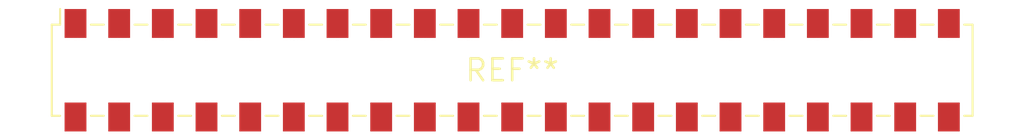
<source format=kicad_pcb>
(kicad_pcb (version 20240108) (generator pcbnew)
  (layers (0 "F.Cu" signal) (31 "B.Cu" signal) (34 "B.Paste" user) (35 "F.Paste" user) (36 "B.SilkS" user "B.Silkscreen") (37 "F.SilkS" user "F.Silkscreen") (38 "B.Mask" user) (39 "F.Mask" user) (44 "Edge.Cuts" user))
  (net 0 "")
  (footprint "Samtec_HLE-121-02-xxx-DV-BE_2x21_P2.54mm_Horizontal" (layer "F.Cu") (at 0 0)
    (property "Reference" "REF**")
    (property "Value" "Samtec_HLE-121-02-xxx-DV-BE_2x21_P2.54mm_Horizontal")
    (fp_line (start -26.78 -2.65) (end -26.78 2.65) (layer "F.SilkS") (stroke (width 0.12)))
    (fp_line (start -26.78 2.65) (end -26.295 2.65) (layer "F.SilkS") (stroke (width 0.12)))
    (fp_line (start -26.295 -3.56) (end -26.295 -2.65) (layer "F.SilkS") (stroke (width 0.12)))
    (fp_line (start -26.295 -2.65) (end -26.78 -2.65) (layer "F.SilkS") (stroke (width 0.12)))
    (fp_line (start -24.505 -2.65) (end -23.755 -2.65) (layer "F.SilkS") (stroke (width 0.12)))
    (fp_line (start -24.505 2.65) (end -23.755 2.65) (layer "F.SilkS") (stroke (width 0.12)))
    (fp_line (start -21.965 -2.65) (end -21.215 -2.65) (layer "F.SilkS") (stroke (width 0.12)))
    (fp_line (start -21.965 2.65) (end -21.215 2.65) (layer "F.SilkS") (stroke (width 0.12)))
    (fp_line (start -19.425 -2.65) (end -18.675 -2.65) (layer "F.SilkS") (stroke (width 0.12)))
    (fp_line (start -19.425 2.65) (end -18.675 2.65) (layer "F.SilkS") (stroke (width 0.12)))
    (fp_line (start -16.885 -2.65) (end -16.135 -2.65) (layer "F.SilkS") (stroke (width 0.12)))
    (fp_line (start -16.885 2.65) (end -16.135 2.65) (layer "F.SilkS") (stroke (width 0.12)))
    (fp_line (start -14.345 -2.65) (end -13.595 -2.65) (layer "F.SilkS") (stroke (width 0.12)))
    (fp_line (start -14.345 2.65) (end -13.595 2.65) (layer "F.SilkS") (stroke (width 0.12)))
    (fp_line (start -11.805 -2.65) (end -11.055 -2.65) (layer "F.SilkS") (stroke (width 0.12)))
    (fp_line (start -11.805 2.65) (end -11.055 2.65) (layer "F.SilkS") (stroke (width 0.12)))
    (fp_line (start -9.265 -2.65) (end -8.515 -2.65) (layer "F.SilkS") (stroke (width 0.12)))
    (fp_line (start -9.265 2.65) (end -8.515 2.65) (layer "F.SilkS") (stroke (width 0.12)))
    (fp_line (start -6.725 -2.65) (end -5.975 -2.65) (layer "F.SilkS") (stroke (width 0.12)))
    (fp_line (start -6.725 2.65) (end -5.975 2.65) (layer "F.SilkS") (stroke (width 0.12)))
    (fp_line (start -4.185 -2.65) (end -3.435 -2.65) (layer "F.SilkS") (stroke (width 0.12)))
    (fp_line (start -4.185 2.65) (end -3.435 2.65) (layer "F.SilkS") (stroke (width 0.12)))
    (fp_line (start -1.645 -2.65) (end -0.895 -2.65) (layer "F.SilkS") (stroke (width 0.12)))
    (fp_line (start -1.645 2.65) (end -0.895 2.65) (layer "F.SilkS") (stroke (width 0.12)))
    (fp_line (start 0.895 -2.65) (end 1.645 -2.65) (layer "F.SilkS") (stroke (width 0.12)))
    (fp_line (start 0.895 2.65) (end 1.645 2.65) (layer "F.SilkS") (stroke (width 0.12)))
    (fp_line (start 3.435 -2.65) (end 4.185 -2.65) (layer "F.SilkS") (stroke (width 0.12)))
    (fp_line (start 3.435 2.65) (end 4.185 2.65) (layer "F.SilkS") (stroke (width 0.12)))
    (fp_line (start 5.975 -2.65) (end 6.725 -2.65) (layer "F.SilkS") (stroke (width 0.12)))
    (fp_line (start 5.975 2.65) (end 6.725 2.65) (layer "F.SilkS") (stroke (width 0.12)))
    (fp_line (start 8.515 -2.65) (end 9.265 -2.65) (layer "F.SilkS") (stroke (width 0.12)))
    (fp_line (start 8.515 2.65) (end 9.265 2.65) (layer "F.SilkS") (stroke (width 0.12)))
    (fp_line (start 11.055 -2.65) (end 11.805 -2.65) (layer "F.SilkS") (stroke (width 0.12)))
    (fp_line (start 11.055 2.65) (end 11.805 2.65) (layer "F.SilkS") (stroke (width 0.12)))
    (fp_line (start 13.595 -2.65) (end 14.345 -2.65) (layer "F.SilkS") (stroke (width 0.12)))
    (fp_line (start 13.595 2.65) (end 14.345 2.65) (layer "F.SilkS") (stroke (width 0.12)))
    (fp_line (start 16.135 -2.65) (end 16.885 -2.65) (layer "F.SilkS") (stroke (width 0.12)))
    (fp_line (start 16.135 2.65) (end 16.885 2.65) (layer "F.SilkS") (stroke (width 0.12)))
    (fp_line (start 18.675 -2.65) (end 19.425 -2.65) (layer "F.SilkS") (stroke (width 0.12)))
    (fp_line (start 18.675 2.65) (end 19.425 2.65) (layer "F.SilkS") (stroke (width 0.12)))
    (fp_line (start 21.215 -2.65) (end 21.965 -2.65) (layer "F.SilkS") (stroke (width 0.12)))
    (fp_line (start 21.215 2.65) (end 21.965 2.65) (layer "F.SilkS") (stroke (width 0.12)))
    (fp_line (start 23.755 -2.65) (end 24.505 -2.65) (layer "F.SilkS") (stroke (width 0.12)))
    (fp_line (start 23.755 2.65) (end 24.505 2.65) (layer "F.SilkS") (stroke (width 0.12)))
    (fp_line (start 26.295 -2.65) (end 26.78 -2.65) (layer "F.SilkS") (stroke (width 0.12)))
    (fp_line (start 26.78 -2.65) (end 26.78 2.65) (layer "F.SilkS") (stroke (width 0.12)))
    (fp_line (start 26.78 2.65) (end 26.295 2.65) (layer "F.SilkS") (stroke (width 0.12)))
    (pad "" np_thru_hole circle (at -25.4 -1.27) (size 0.97 0.97) (drill 0.97) (layers *.Cu *.Mask))
    (pad "" np_thru_hole circle (at -25.4 1.27) (size 0.97 0.97) (drill 0.97) (layers *.Cu *.Mask))
    (pad "" np_thru_hole circle (at -22.86 -1.27) (size 0.97 0.97) (drill 0.97) (layers *.Cu *.Mask))
    (pad "" np_thru_hole circle (at -22.86 1.27) (size 0.97 0.97) (drill 0.97) (layers *.Cu *.Mask))
    (pad "" np_thru_hole circle (at -20.32 -1.27) (size 0.97 0.97) (drill 0.97) (layers *.Cu *.Mask))
    (pad "" np_thru_hole circle (at -20.32 1.27) (size 0.97 0.97) (drill 0.97) (layers *.Cu *.Mask))
    (pad "" np_thru_hole circle (at -17.78 -1.27) (size 0.97 0.97) (drill 0.97) (layers *.Cu *.Mask))
    (pad "" np_thru_hole circle (at -17.78 1.27) (size 0.97 0.97) (drill 0.97) (layers *.Cu *.Mask))
    (pad "" np_thru_hole circle (at -15.24 -1.27) (size 0.97 0.97) (drill 0.97) (layers *.Cu *.Mask))
    (pad "" np_thru_hole circle (at -15.24 1.27) (size 0.97 0.97) (drill 0.97) (layers *.Cu *.Mask))
    (pad "" np_thru_hole circle (at -12.7 -1.27) (size 0.97 0.97) (drill 0.97) (layers *.Cu *.Mask))
    (pad "" np_thru_hole circle (at -12.7 1.27) (size 0.97 0.97) (drill 0.97) (layers *.Cu *.Mask))
    (pad "" np_thru_hole circle (at -10.16 -1.27) (size 0.97 0.97) (drill 0.97) (layers *.Cu *.Mask))
    (pad "" np_thru_hole circle (at -10.16 1.27) (size 0.97 0.97) (drill 0.97) (layers *.Cu *.Mask))
    (pad "" np_thru_hole circle (at -7.62 -1.27) (size 0.97 0.97) (drill 0.97) (layers *.Cu *.Mask))
    (pad "" np_thru_hole circle (at -7.62 1.27) (size 0.97 0.97) (drill 0.97) (layers *.Cu *.Mask))
    (pad "" np_thru_hole circle (at -5.08 -1.27) (size 0.97 0.97) (drill 0.97) (layers *.Cu *.Mask))
    (pad "" np_thru_hole circle (at -5.08 1.27) (size 0.97 0.97) (drill 0.97) (layers *.Cu *.Mask))
    (pad "" np_thru_hole circle (at -2.54 -1.27) (size 0.97 0.97) (drill 0.97) (layers *.Cu *.Mask))
    (pad "" np_thru_hole circle (at -2.54 1.27) (size 0.97 0.97) (drill 0.97) (layers *.Cu *.Mask))
    (pad "" np_thru_hole circle (at 0 -1.27) (size 0.97 0.97) (drill 0.97) (layers *.Cu *.Mask))
    (pad "" np_thru_hole circle (at 0 1.27) (size 0.97 0.97) (drill 0.97) (layers *.Cu *.Mask))
    (pad "" np_thru_hole circle (at 2.54 -1.27) (size 0.97 0.97) (drill 0.97) (layers *.Cu *.Mask))
    (pad "" np_thru_hole circle (at 2.54 1.27) (size 0.97 0.97) (drill 0.97) (layers *.Cu *.Mask))
    (pad "" np_thru_hole circle (at 5.08 -1.27) (size 0.97 0.97) (drill 0.97) (layers *.Cu *.Mask))
    (pad "" np_thru_hole circle (at 5.08 1.27) (size 0.97 0.97) (drill 0.97) (layers *.Cu *.Mask))
    (pad "" np_thru_hole circle (at 7.62 -1.27) (size 0.97 0.97) (drill 0.97) (layers *.Cu *.Mask))
    (pad "" np_thru_hole circle (at 7.62 1.27) (size 0.97 0.97) (drill 0.97) (layers *.Cu *.Mask))
    (pad "" np_thru_hole circle (at 10.16 -1.27) (size 0.97 0.97) (drill 0.97) (layers *.Cu *.Mask))
    (pad "" np_thru_hole circle (at 10.16 1.27) (size 0.97 0.97) (drill 0.97) (layers *.Cu *.Mask))
    (pad "" np_thru_hole circle (at 12.7 -1.27) (size 0.97 0.97) (drill 0.97) (layers *.Cu *.Mask))
    (pad "" np_thru_hole circle (at 12.7 1.27) (size 0.97 0.97) (drill 0.97) (layers *.Cu *.Mask))
    (pad "" np_thru_hole circle (at 15.24 -1.27) (size 0.97 0.97) (drill 0.97) (layers *.Cu *.Mask))
    (pad "" np_thru_hole circle (at 15.24 1.27) (size 0.97 0.97) (drill 0.97) (layers *.Cu *.Mask))
    (pad "" np_thru_hole circle (at 17.78 -1.27) (size 0.97 0.97) (drill 0.97) (layers *.Cu *.Mask))
    (pad "" np_thru_hole circle (at 17.78 1.27) (size 0.97 0.97) (drill 0.97) (layers *.Cu *.Mask))
    (pad "" np_thru_hole circle (at 20.32 -1.27) (size 0.97 0.97) (drill 0.97) (layers *.Cu *.Mask))
    (pad "" np_thru_hole circle (at 20.32 1.27) (size 0.97 0.97) (drill 0.97) (layers *.Cu *.Mask))
    (pad "" np_thru_hole circle (at 22.86 -1.27) (size 0.97 0.97) (drill 0.97) (layers *.Cu *.Mask))
    (pad "" np_thru_hole circle (at 22.86 1.27) (size 0.97 0.97) (drill 0.97) (layers *.Cu *.Mask))
    (pad "" np_thru_hole circle (at 25.4 -1.27) (size 0.97 0.97) (drill 0.97) (layers *.Cu *.Mask))
    (pad "" np_thru_hole circle (at 25.4 1.27) (size 0.97 0.97) (drill 0.97) (layers *.Cu *.Mask))
    (pad "1" smd rect (at -25.4 -2.72) (size 1.27 1.68) (layers "F.Cu" "F.Paste" "F.Mask"))
    (pad "2" smd rect (at -25.4 2.72) (size 1.27 1.68) (layers "F.Cu" "F.Paste" "F.Mask"))
    (pad "3" smd rect (at -22.86 -2.72) (size 1.27 1.68) (layers "F.Cu" "F.Paste" "F.Mask"))
    (pad "4" smd rect (at -22.86 2.72) (size 1.27 1.68) (layers "F.Cu" "F.Paste" "F.Mask"))
    (pad "5" smd rect (at -20.32 -2.72) (size 1.27 1.68) (layers "F.Cu" "F.Paste" "F.Mask"))
    (pad "6" smd rect (at -20.32 2.72) (size 1.27 1.68) (layers "F.Cu" "F.Paste" "F.Mask"))
    (pad "7" smd rect (at -17.78 -2.72) (size 1.27 1.68) (layers "F.Cu" "F.Paste" "F.Mask"))
    (pad "8" smd rect (at -17.78 2.72) (size 1.27 1.68) (layers "F.Cu" "F.Paste" "F.Mask"))
    (pad "9" smd rect (at -15.24 -2.72) (size 1.27 1.68) (layers "F.Cu" "F.Paste" "F.Mask"))
    (pad "10" smd rect (at -15.24 2.72) (size 1.27 1.68) (layers "F.Cu" "F.Paste" "F.Mask"))
    (pad "11" smd rect (at -12.7 -2.72) (size 1.27 1.68) (layers "F.Cu" "F.Paste" "F.Mask"))
    (pad "12" smd rect (at -12.7 2.72) (size 1.27 1.68) (layers "F.Cu" "F.Paste" "F.Mask"))
    (pad "13" smd rect (at -10.16 -2.72) (size 1.27 1.68) (layers "F.Cu" "F.Paste" "F.Mask"))
    (pad "14" smd rect (at -10.16 2.72) (size 1.27 1.68) (layers "F.Cu" "F.Paste" "F.Mask"))
    (pad "15" smd rect (at -7.62 -2.72) (size 1.27 1.68) (layers "F.Cu" "F.Paste" "F.Mask"))
    (pad "16" smd rect (at -7.62 2.72) (size 1.27 1.68) (layers "F.Cu" "F.Paste" "F.Mask"))
    (pad "17" smd rect (at -5.08 -2.72) (size 1.27 1.68) (layers "F.Cu" "F.Paste" "F.Mask"))
    (pad "18" smd rect (at -5.08 2.72) (size 1.27 1.68) (layers "F.Cu" "F.Paste" "F.Mask"))
    (pad "19" smd rect (at -2.54 -2.72) (size 1.27 1.68) (layers "F.Cu" "F.Paste" "F.Mask"))
    (pad "20" smd rect (at -2.54 2.72) (size 1.27 1.68) (layers "F.Cu" "F.Paste" "F.Mask"))
    (pad "21" smd rect (at 0 -2.72) (size 1.27 1.68) (layers "F.Cu" "F.Paste" "F.Mask"))
    (pad "22" smd rect (at 0 2.72) (size 1.27 1.68) (layers "F.Cu" "F.Paste" "F.Mask"))
    (pad "23" smd rect (at 2.54 -2.72) (size 1.27 1.68) (layers "F.Cu" "F.Paste" "F.Mask"))
    (pad "24" smd rect (at 2.54 2.72) (size 1.27 1.68) (layers "F.Cu" "F.Paste" "F.Mask"))
    (pad "25" smd rect (at 5.08 -2.72) (size 1.27 1.68) (layers "F.Cu" "F.Paste" "F.Mask"))
    (pad "26" smd rect (at 5.08 2.72) (size 1.27 1.68) (layers "F.Cu" "F.Paste" "F.Mask"))
    (pad "27" smd rect (at 7.62 -2.72) (size 1.27 1.68) (layers "F.Cu" "F.Paste" "F.Mask"))
    (pad "28" smd rect (at 7.62 2.72) (size 1.27 1.68) (layers "F.Cu" "F.Paste" "F.Mask"))
    (pad "29" smd rect (at 10.16 -2.72) (size 1.27 1.68) (layers "F.Cu" "F.Paste" "F.Mask"))
    (pad "30" smd rect (at 10.16 2.72) (size 1.27 1.68) (layers "F.Cu" "F.Paste" "F.Mask"))
    (pad "31" smd rect (at 12.7 -2.72) (size 1.27 1.68) (layers "F.Cu" "F.Paste" "F.Mask"))
    (pad "32" smd rect (at 12.7 2.72) (size 1.27 1.68) (layers "F.Cu" "F.Paste" "F.Mask"))
    (pad "33" smd rect (at 15.24 -2.72) (size 1.27 1.68) (layers "F.Cu" "F.Paste" "F.Mask"))
    (pad "34" smd rect (at 15.24 2.72) (size 1.27 1.68) (layers "F.Cu" "F.Paste" "F.Mask"))
    (pad "35" smd rect (at 17.78 -2.72) (size 1.27 1.68) (layers "F.Cu" "F.Paste" "F.Mask"))
    (pad "36" smd rect (at 17.78 2.72) (size 1.27 1.68) (layers "F.Cu" "F.Paste" "F.Mask"))
    (pad "37" smd rect (at 20.32 -2.72) (size 1.27 1.68) (layers "F.Cu" "F.Paste" "F.Mask"))
    (pad "38" smd rect (at 20.32 2.72) (size 1.27 1.68) (layers "F.Cu" "F.Paste" "F.Mask"))
    (pad "39" smd rect (at 22.86 -2.72) (size 1.27 1.68) (layers "F.Cu" "F.Paste" "F.Mask"))
    (pad "40" smd rect (at 22.86 2.72) (size 1.27 1.68) (layers "F.Cu" "F.Paste" "F.Mask"))
    (pad "41" smd rect (at 25.4 -2.72) (size 1.27 1.68) (layers "F.Cu" "F.Paste" "F.Mask"))
    (pad "42" smd rect (at 25.4 2.72) (size 1.27 1.68) (layers "F.Cu" "F.Paste" "F.Mask"))
  )
)
</source>
